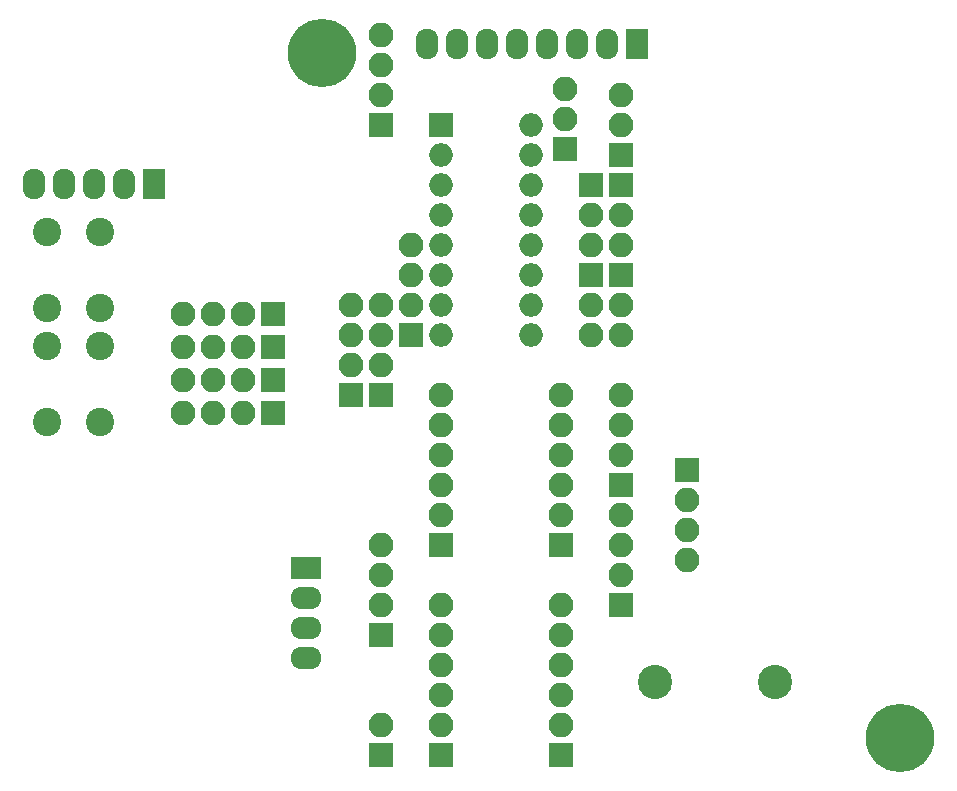
<source format=gbs>
G04 #@! TF.FileFunction,Soldermask,Bot*
%FSLAX46Y46*%
G04 Gerber Fmt 4.6, Leading zero omitted, Abs format (unit mm)*
G04 Created by KiCad (PCBNEW 4.0.5) date 11/02/17 17:50:55*
%MOMM*%
%LPD*%
G01*
G04 APERTURE LIST*
%ADD10C,0.100000*%
%ADD11C,5.800000*%
%ADD12C,3.100000*%
%ADD13R,2.100000X2.100000*%
%ADD14O,2.100000X2.100000*%
%ADD15R,2.000000X2.000000*%
%ADD16O,2.000000X2.000000*%
%ADD17R,2.599640X1.924000*%
%ADD18O,2.599640X1.924000*%
%ADD19C,2.899360*%
%ADD20R,1.924000X2.599640*%
%ADD21O,1.924000X2.599640*%
%ADD22C,2.400000*%
G04 APERTURE END LIST*
D10*
D11*
X173540000Y-123000000D03*
D12*
X173540000Y-123000000D03*
X124540000Y-65000000D03*
D13*
X145135600Y-73152000D03*
D14*
X145135600Y-70612000D03*
X145135600Y-68072000D03*
D15*
X134620000Y-71120000D03*
D16*
X142240000Y-88900000D03*
X134620000Y-73660000D03*
X142240000Y-86360000D03*
X134620000Y-76200000D03*
X142240000Y-83820000D03*
X134620000Y-78740000D03*
X142240000Y-81280000D03*
X134620000Y-81280000D03*
X142240000Y-78740000D03*
X134620000Y-83820000D03*
X142240000Y-76200000D03*
X134620000Y-86360000D03*
X142240000Y-73660000D03*
X134620000Y-88900000D03*
X142240000Y-71120000D03*
D14*
X134620000Y-93980000D03*
X134620000Y-96520000D03*
X134620000Y-99060000D03*
X134620000Y-101600000D03*
X134620000Y-104140000D03*
D13*
X134620000Y-106680000D03*
X144780000Y-106680000D03*
D14*
X144780000Y-104140000D03*
X144780000Y-101600000D03*
X144780000Y-99060000D03*
X144780000Y-96520000D03*
X144780000Y-93980000D03*
X134620000Y-111760000D03*
X134620000Y-114300000D03*
X134620000Y-116840000D03*
X134620000Y-119380000D03*
X134620000Y-121920000D03*
D13*
X134620000Y-124460000D03*
X144780000Y-124460000D03*
D14*
X144780000Y-121920000D03*
X144780000Y-119380000D03*
X144780000Y-116840000D03*
X144780000Y-114300000D03*
X144780000Y-111760000D03*
D13*
X149860000Y-101600000D03*
D14*
X149860000Y-99060000D03*
X149860000Y-96520000D03*
X149860000Y-93980000D03*
D13*
X149860000Y-76200000D03*
D14*
X149860000Y-78740000D03*
X149860000Y-81280000D03*
D13*
X147320000Y-76200000D03*
D14*
X147320000Y-78740000D03*
X147320000Y-81280000D03*
D13*
X149860000Y-83820000D03*
D14*
X149860000Y-86360000D03*
X149860000Y-88900000D03*
D13*
X147320000Y-83820000D03*
D14*
X147320000Y-86360000D03*
X147320000Y-88900000D03*
D13*
X129540000Y-93980000D03*
D14*
X129540000Y-91440000D03*
X129540000Y-88900000D03*
X129540000Y-86360000D03*
D13*
X129540000Y-114300000D03*
D14*
X129540000Y-111760000D03*
X129540000Y-109220000D03*
X129540000Y-106680000D03*
D13*
X127000000Y-93980000D03*
D14*
X127000000Y-91440000D03*
X127000000Y-88900000D03*
X127000000Y-86360000D03*
D13*
X149860000Y-111760000D03*
D14*
X149860000Y-109220000D03*
X149860000Y-106680000D03*
X149860000Y-104140000D03*
D13*
X149860000Y-73660000D03*
D14*
X149860000Y-71120000D03*
X149860000Y-68580000D03*
D13*
X132080000Y-88900000D03*
D14*
X132080000Y-86360000D03*
X132080000Y-83820000D03*
X132080000Y-81280000D03*
D17*
X123190000Y-108585000D03*
D18*
X123190000Y-111125000D03*
X123190000Y-113665000D03*
X123190000Y-116205000D03*
D13*
X129540000Y-124460000D03*
D14*
X129540000Y-121920000D03*
D19*
X162941000Y-118237000D03*
X152781000Y-118237000D03*
D20*
X110363000Y-76073000D03*
D21*
X107823000Y-76073000D03*
X105283000Y-76073000D03*
X102743000Y-76073000D03*
X100203000Y-76073000D03*
D20*
X151257000Y-64262000D03*
D21*
X148717000Y-64262000D03*
X146177000Y-64262000D03*
X143637000Y-64262000D03*
X141097000Y-64262000D03*
X138557000Y-64262000D03*
X136017000Y-64262000D03*
X133477000Y-64262000D03*
D22*
X101291000Y-89789000D03*
X105791000Y-89789000D03*
X101291000Y-96289000D03*
X105791000Y-96289000D03*
X101291000Y-80137000D03*
X105791000Y-80137000D03*
X101291000Y-86637000D03*
X105791000Y-86637000D03*
D13*
X155448000Y-100330000D03*
D14*
X155448000Y-102870000D03*
X155448000Y-105410000D03*
X155448000Y-107950000D03*
D13*
X120396000Y-87122000D03*
D14*
X117856000Y-87122000D03*
X115316000Y-87122000D03*
X112776000Y-87122000D03*
D13*
X120396000Y-89916000D03*
D14*
X117856000Y-89916000D03*
X115316000Y-89916000D03*
X112776000Y-89916000D03*
D13*
X120396000Y-92710000D03*
D14*
X117856000Y-92710000D03*
X115316000Y-92710000D03*
X112776000Y-92710000D03*
D13*
X120396000Y-95504000D03*
D14*
X117856000Y-95504000D03*
X115316000Y-95504000D03*
X112776000Y-95504000D03*
D13*
X129540000Y-71125080D03*
D14*
X129540000Y-68585080D03*
X129540000Y-66045080D03*
X129540000Y-63505080D03*
D11*
X124540000Y-65000000D03*
M02*

</source>
